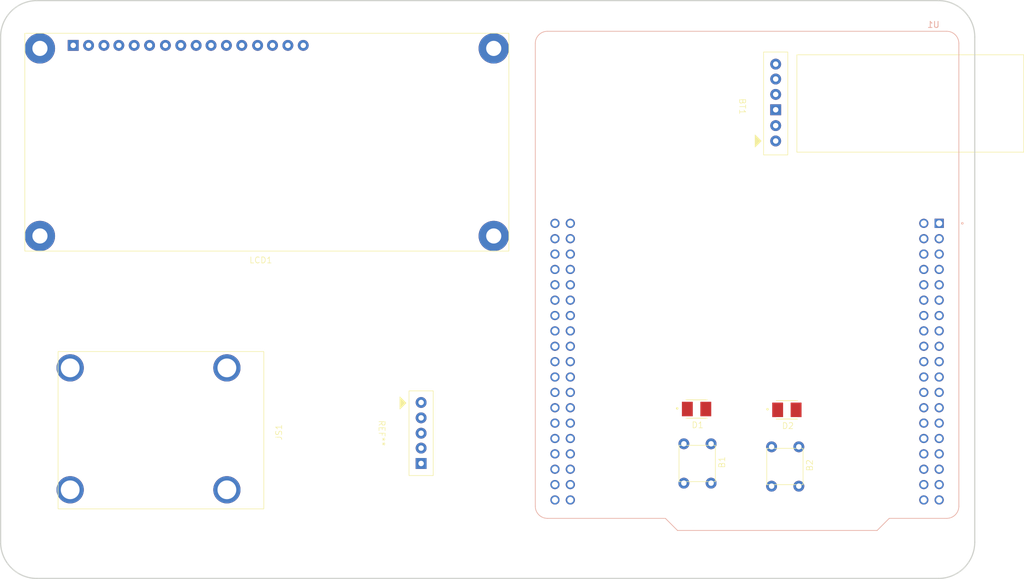
<source format=kicad_pcb>
(kicad_pcb (version 20241229) (generator "pcbnew") (generator_version "9.0")
  (layers (0 "F.Cu" signal) (2 "B.Cu" signal) (13 "F.Paste" user) (15 "B.Paste" user) (5 "F.SilkS" user "F.Silkscreen") (7 "B.SilkS" user "B.Silkscreen") (1 "F.Mask" user) (3 "B.Mask" user) (25 "Edge.Cuts" user))
  (net 0 "")
  (net 3 "Net-(D1-A)")
  (net 5 "Net-(D2-A)")
  (net 15 "GND")
  (footprint "Embedded_Footprints:Button" (layer "F.Cu") (at 173.225 137.8 90)
    (property "Reference" "B1" (at 0 -0.5 90) (layer "F.SilkS") (effects (font (thickness 0.1))))
    (property "Value" "~")
    (fp_rect (start -3.2 -7.6) (end 2.8 -1.6) (stroke (width 0.1)) (fill no) (layer "F.SilkS"))
    (pad "1" thru_hole circle (at -3.45 -6.8 90) (size 1.8 1.8) (drill 0.9) (layers "*.Cu" "*.Mask"))
    (pad "2" thru_hole circle (at -3.45 -2.3 90) (size 1.8 1.8) (drill 0.9) (layers "*.Cu" "*.Mask"))
    (pad "3" thru_hole circle (at 3.05 -6.8 90) (size 1.8 1.8) (drill 0.9) (layers "*.Cu" "*.Mask"))
    (pad "4" thru_hole circle (at 3.05 -2.3 90) (size 1.8 1.8) (drill 0.9) (layers "*.Cu" "*.Mask") (net 3 "Net-(D1-A)"))
  )
  (footprint "Embedded_Footprints:LED" (layer "F.Cu") (at 183.625 132.2875)
    (property "Reference" "D2" (at 0 -0.5 0) (layer "F.SilkS") (effects (font (thickness 0.1))))
    (property "Value" "~")
    (fp_line (start -1.925 -4.6635) (end 1.575 -4.6635) (stroke (width 0.127)) (layer "F.SilkS"))
    (fp_line (start -1.925 -1.6365) (end 1.575 -1.6365) (stroke (width 0.127)) (layer "F.SilkS"))
    (fp_circle (center -3.375 -3.25) (end -3.275 -3.25) (stroke (width 0.2)) (fill no) (layer "F.SilkS"))
    (pad "1" smd rect (at -1.7 -3.15) (size 1.8 2.4) (layers "F.Cu" "F.Mask" "F.Paste") (net 15 "GND"))
    (pad "2" smd rect (at 1.35 -3.15) (size 1.8 2.4) (layers "F.Cu" "F.Mask" "F.Paste") (net 5 "Net-(D2-A)"))
  )
  (footprint "Embedded_Footprints:HC-05" (layer "F.Cu") (at 175.6 79 -90)
    (property "Reference" "BT1" (at 0 -0.5 270) (layer "F.SilkS") (effects (font (thickness 0.1))))
    (property "Value" "~")
    (fp_rect (start -9 -8) (end 8 -4) (stroke (width 0.1)) (fill no) (layer "F.SilkS"))
    (fp_rect (start -8.55 -47) (end 7.55 -9.5) (stroke (width 0.1)) (fill no) (layer "F.SilkS"))
    (fp_poly (pts (xy 4.7 -2.6) (xy 6.7 -2.6) (xy 5.7 -3.6)) (stroke (width 0.1)) (fill yes) (layer "F.SilkS"))
    (pad "1" thru_hole circle (at 5.7 -6 270) (size 1.8 1.8) (drill 0.9) (layers "*.Cu" "*.Mask"))
    (pad "2" thru_hole circle (at 3.16 -6 270) (size 1.8 1.8) (drill 0.9) (layers "*.Cu" "*.Mask"))
    (pad "3" thru_hole rect (at 0.54 -6 270) (size 1.8 1.8) (drill 0.9) (layers "*.Cu" "*.Mask"))
    (pad "4" thru_hole circle (at -2 -6 270) (size 1.8 1.8) (drill 0.9) (layers "*.Cu" "*.Mask"))
    (pad "5" thru_hole circle (at -4.54 -6 270) (size 1.8 1.8) (drill 0.9) (layers "*.Cu" "*.Mask"))
    (pad "6" thru_hole circle (at -7 -6 270) (size 1.8 1.8) (drill 0.9) (layers "*.Cu" "*.Mask"))
  )
  (footprint "Embedded_Footprints:Button" (layer "F.Cu") (at 187.725 138.3 90)
    (property "Reference" "B2" (at 0 -0.5 90) (layer "F.SilkS") (effects (font (thickness 0.1))))
    (property "Value" "~")
    (fp_rect (start -3.2 -7.6) (end 2.8 -1.6) (stroke (width 0.1)) (fill no) (layer "F.SilkS"))
    (pad "1" thru_hole circle (at -3.45 -6.8 90) (size 1.8 1.8) (drill 0.9) (layers "*.Cu" "*.Mask"))
    (pad "2" thru_hole circle (at -3.45 -2.3 90) (size 1.8 1.8) (drill 0.9) (layers "*.Cu" "*.Mask"))
    (pad "3" thru_hole circle (at 3.05 -6.8 90) (size 1.8 1.8) (drill 0.9) (layers "*.Cu" "*.Mask"))
    (pad "4" thru_hole circle (at 3.05 -2.3 90) (size 1.8 1.8) (drill 0.9) (layers "*.Cu" "*.Mask") (net 5 "Net-(D2-A)"))
  )
  (footprint "Embedded_Footprints:Joystick" (layer "F.Cu") (at 100 132.85 90)
    (property "Reference" "JS1" (at 0 -0.5 90) (layer "F.SilkS") (effects (font (thickness 0.1))))
    (property "Value" "~")
    (fp_rect (start -12.65 -37) (end 13.35 -3) (stroke (width 0.1)) (fill no) (layer "F.SilkS"))
    (pad "" np_thru_hole circle (at -9.5 -35 90) (size 4.5 4.5) (drill 3.1) (layers "*.Cu" "*.Mask"))
    (pad "" np_thru_hole circle (at -9.5 -9.1 90) (size 4.5 4.5) (drill 3.1) (layers "*.Cu" "*.Mask"))
    (pad "" np_thru_hole circle (at 10.65 -35 90) (size 4.5 4.5) (drill 3.1) (layers "*.Cu" "*.Mask"))
    (pad "" np_thru_hole circle (at 10.65 -9.1 90) (size 4.5 4.5) (drill 3.1) (layers "*.Cu" "*.Mask"))
  )
  (footprint "Embedded_Footprints:LCD_Display" (layer "F.Cu") (at 96.5 104.9)
    (property "Reference" "LCD1" (at 0 -0.5 0) (layer "F.SilkS") (effects (font (thickness 0.1))))
    (property "Value" "~")
    (fp_rect (start -39 -38) (end 41 -2) (stroke (width 0.1)) (fill no) (layer "F.SilkS"))
    (pad "" np_thru_hole circle (at -36.5 -35.5) (size 5 5) (drill 2.5) (layers "*.Cu" "*.Mask"))
    (pad "" np_thru_hole circle (at -36.5 -4.5) (size 5 5) (drill 2.5) (layers "*.Cu" "*.Mask"))
    (pad "" np_thru_hole circle (at 38.5 -35.5) (size 5 5) (drill 2.5) (layers "*.Cu" "*.Mask"))
    (pad "" np_thru_hole circle (at 38.5 -4.5) (size 5 5) (drill 2.5) (layers "*.Cu" "*.Mask"))
    (pad "1" thru_hole rect (at -31 -36) (size 1.8 1.8) (drill 0.9) (layers "*.Cu" "*.Mask"))
    (pad "2" thru_hole circle (at -28.46 -36) (size 1.8 1.8) (drill 0.9) (layers "*.Cu" "*.Mask"))
    (pad "3" thru_hole circle (at -25.92 -36) (size 1.8 1.8) (drill 0.9) (layers "*.Cu" "*.Mask"))
    (pad "4" thru_hole circle (at -23.46 -36) (size 1.8 1.8) (drill 0.9) (layers "*.Cu" "*.Mask"))
    (pad "5" thru_hole circle (at -20.92 -36) (size 1.8 1.8) (drill 0.9) (layers "*.Cu" "*.Mask"))
    (pad "6" thru_hole circle (at -18.38 -36) (size 1.8 1.8) (drill 0.9) (layers "*.Cu" "*.Mask"))
    (pad "7" thru_hole circle (at -15.76 -36) (size 1.8 1.8) (drill 0.9) (layers "*.Cu" "*.Mask"))
    (pad "8" thru_hole circle (at -13.22 -36) (size 1.8 1.8) (drill 0.9) (layers "*.Cu" "*.Mask"))
    (pad "9" thru_hole circle (at -10.68 -36) (size 1.8 1.8) (drill 0.9) (layers "*.Cu" "*.Mask"))
    (pad "10" thru_hole circle (at -8.22 -36) (size 1.8 1.8) (drill 0.9) (layers "*.Cu" "*.Mask"))
    (pad "11" thru_hole circle (at -5.68 -36) (size 1.8 1.8) (drill 0.9) (layers "*.Cu" "*.Mask"))
    (pad "12" thru_hole circle (at -3.14 -36) (size 1.8 1.8) (drill 0.9) (layers "*.Cu" "*.Mask"))
    (pad "13" thru_hole circle (at -0.52 -36) (size 1.8 1.8) (drill 0.9) (layers "*.Cu" "*.Mask"))
    (pad "14" thru_hole circle (at 1.94 -36) (size 1.8 1.8) (drill 0.9) (layers "*.Cu" "*.Mask"))
    (pad "15" thru_hole circle (at 4.48 -36) (size 1.8 1.8) (drill 0.9) (layers "*.Cu" "*.Mask"))
    (pad "16" thru_hole circle (at 7.02 -36) (size 1.8 1.8) (drill 0.9) (layers "*.Cu" "*.Mask"))
  )
  (footprint "Embedded_Footprints:LED" (layer "F.Cu") (at 168.7 132.15)
    (property "Reference" "D1" (at 0 -0.5 0) (layer "F.SilkS") (effects (font (thickness 0.1))))
    (property "Value" "~")
    (fp_line (start -1.925 -4.6635) (end 1.575 -4.6635) (stroke (width 0.127)) (layer "F.SilkS"))
    (fp_line (start -1.925 -1.6365) (end 1.575 -1.6365) (stroke (width 0.127)) (layer "F.SilkS"))
    (fp_circle (center -3.375 -3.25) (end -3.275 -3.25) (stroke (width 0.2)) (fill no) (layer "F.SilkS"))
    (pad "1" smd rect (at -1.7 -3.15) (size 1.8 2.4) (layers "F.Cu" "F.Mask" "F.Paste") (net 15 "GND"))
    (pad "2" smd rect (at 1.35 -3.15) (size 1.8 2.4) (layers "F.Cu" "F.Mask" "F.Paste") (net 3 "Net-(D1-A)"))
  )
  (footprint "Embedded_Footprints:Joystick_Pins" (layer "F.Cu") (at 116 133 -90)
    (property "Reference" "REF**" (at 0 -0.5 270) (layer "F.SilkS") (effects (font (thickness 0.1))))
    (property "Value" "Joystick_Pins")
    (fp_rect (start -7 -9) (end 7 -5) (stroke (width 0.1)) (fill no) (layer "F.SilkS"))
    (fp_poly (pts (xy -6 -3.5) (xy -4 -3.5) (xy -5 -4.5)) (stroke (width 0.1)) (fill yes) (layer "F.SilkS"))
    (pad "1" thru_hole circle (at -5.08 -7 270) (size 1.8 1.8) (drill 0.9) (layers "*.Cu" "*.Mask"))
    (pad "2" thru_hole circle (at -2.54 -7 270) (size 1.8 1.8) (drill 0.9) (layers "*.Cu" "*.Mask"))
    (pad "3" thru_hole circle (at 0 -7 270) (size 1.8 1.8) (drill 0.9) (layers "*.Cu" "*.Mask"))
    (pad "4" thru_hole circle (at 2.46 -7 270) (size 1.8 1.8) (drill 0.9) (layers "*.Cu" "*.Mask"))
    (pad "5" thru_hole rect (at 5 -7 270) (size 1.8 1.8) (drill 0.9) (layers "*.Cu" "*.Mask"))
  )
  (footprint "Embedded_Footprints:MODULE_NUCLEO-L476RG" (layer "B.Cu") (at 176.87 107.82 180)
    (property "Reference" "U1" (at -30.7996 42.339 0) (layer "B.SilkS") (effects (justify mirror)))
    (property "Value" "NUCLEO-L476RG")
    (fp_line (start 35 -37.25) (end 35 39.25) (stroke (width 0.127)) (layer "B.SilkS"))
    (fp_line (start 13.5 -39.25) (end 33 -39.25) (stroke (width 0.127)) (layer "B.SilkS"))
    (fp_line (start 11.5 -41.25) (end 13.5 -39.25) (stroke (width 0.127)) (layer "B.SilkS"))
    (fp_line (start -21.5 -41.25) (end 11.5 -41.25) (stroke (width 0.127)) (layer "B.SilkS"))
    (fp_line (start -23.5 -39.25) (end -21.5 -41.25) (stroke (width 0.127)) (layer "B.SilkS"))
    (fp_line (start -33 41.25) (end 33 41.25) (stroke (width 0.127)) (layer "B.SilkS"))
    (fp_line (start -33 -39.25) (end -23.5 -39.25) (stroke (width 0.127)) (layer "B.SilkS"))
    (fp_line (start -35 39.25) (end -35 -37.25) (stroke (width 0.127)) (layer "B.SilkS"))
    (fp_arc (start 35 39.25) (mid 34.414214 40.664214) (end 33 41.25) (stroke (width 0.127)) (layer "B.SilkS"))
    (fp_arc (start 33 -39.25) (mid 34.414214 -38.664214) (end 35 -37.25) (stroke (width 0.127)) (layer "B.SilkS"))
    (fp_arc (start -33 41.25) (mid -34.414214 40.664214) (end -35 39.25) (stroke (width 0.127)) (layer "B.SilkS"))
    (fp_arc (start -35 -37.25) (mid -34.414214 -38.664214) (end -33 -39.25) (stroke (width 0.127)) (layer "B.SilkS"))
    (fp_circle (center -35.5847 9.51) (end -35.4847 9.51) (stroke (width 0.2)) (fill no) (layer "B.SilkS"))
    (pad "" np_thru_hole circle (at -24.13 13.32 180) (size 3.2 3.2) (drill 3.2) (layers "*.Cu" "*.Mask"))
    (pad "" np_thru_hole circle (at 8.89 -38.75 180) (size 3.2 3.2) (drill 3.2) (layers "*.Cu" "*.Mask"))
    (pad "" np_thru_hole circle (at 24.13 12.05 180) (size 3.2 3.2) (drill 3.2) (layers "*.Cu" "*.Mask"))
    (pad "CN7_1" thru_hole rect (at -31.75 9.51 180) (size 1.524 1.524) (drill 1.016) (layers "*.Cu" "*.Mask"))
    (pad "CN7_2" thru_hole circle (at -29.21 9.51 180) (size 1.524 1.524) (drill 1.016) (layers "*.Cu" "*.Mask"))
    (pad "CN7_3" thru_hole circle (at -31.75 6.97 180) (size 1.524 1.524) (drill 1.016) (layers "*.Cu" "*.Mask"))
    (pad "CN7_4" thru_hole circle (at -29.21 6.97 180) (size 1.524 1.524) (drill 1.016) (layers "*.Cu" "*.Mask"))
    (pad "CN7_5" thru_hole circle (at -31.75 4.43 180) (size 1.524 1.524) (drill 1.016) (layers "*.Cu" "*.Mask"))
    (pad "CN7_6" thru_hole circle (at -29.21 4.43 180) (size 1.524 1.524) (drill 1.016) (layers "*.Cu" "*.Mask"))
    (pad "CN7_7" thru_hole circle (at -31.75 1.89 180) (size 1.524 1.524) (drill 1.016) (layers "*.Cu" "*.Mask"))
    (pad "CN7_8" thru_hole circle (at -29.21 1.89 180) (size 1.524 1.524) (drill 1.016) (layers "*.Cu" "*.Mask"))
    (pad "CN7_9" thru_hole circle (at -31.75 -0.65 180) (size 1.524 1.524) (drill 1.016) (layers "*.Cu" "*.Mask"))
    (pad "CN7_10" thru_hole circle (at -29.21 -0.65 180) (size 1.524 1.524) (drill 1.016) (layers "*.Cu" "*.Mask"))
    (pad "CN7_11" thru_hole circle (at -31.75 -3.19 180) (size 1.524 1.524) (drill 1.016) (layers "*.Cu" "*.Mask"))
    (pad "CN7_12" thru_hole circle (at -29.21 -3.19 180) (size 1.524 1.524) (drill 1.016) (layers "*.Cu" "*.Mask"))
    (pad "CN7_13" thru_hole circle (at -31.75 -5.73 180) (size 1.524 1.524) (drill 1.016) (layers "*.Cu" "*.Mask"))
    (pad "CN7_14" thru_hole circle (at -29.21 -5.73 180) (size 1.524 1.524) (drill 1.016) (layers "*.Cu" "*.Mask"))
    (pad "CN7_15" thru_hole circle (at -31.75 -8.27 180) (size 1.524 1.524) (drill 1.016) (layers "*.Cu" "*.Mask"))
    (pad "CN7_16" thru_hole circle (at -29.21 -8.27 180) (size 1.524 1.524) (drill 1.016) (layers "*.Cu" "*.Mask"))
    (pad "CN7_17" thru_hole circle (at -31.75 -10.81 180) (size 1.524 1.524) (drill 1.016) (layers "*.Cu" "*.Mask"))
    (pad "CN7_18" thru_hole circle (at -29.21 -10.81 180) (size 1.524 1.524) (drill 1.016) (layers "*.Cu" "*.Mask"))
    (pad "CN7_19" thru_hole circle (at -31.75 -13.35 180) (size 1.524 1.524) (drill 1.016) (layers "*.Cu" "*.Mask"))
    (pad "CN7_20" thru_hole circle (at -29.21 -13.35 180) (size 1.524 1.524) (drill 1.016) (layers "*.Cu" "*.Mask"))
    (pad "CN7_21" thru_hole circle (at -31.75 -15.89 180) (size 1.524 1.524) (drill 1.016) (layers "*.Cu" "*.Mask"))
    (pad "CN7_22" thru_hole circle (at -29.21 -15.89 180) (size 1.524 1.524) (drill 1.016) (layers "*.Cu" "*.Mask"))
    (pad "CN7_23" thru_hole circle (at -31.75 -18.43 180) (size 1.524 1.524) (drill 1.016) (layers "*.Cu" "*.Mask"))
    (pad "CN7_24" thru_hole circle (at -29.21 -18.43 180) (size 1.524 1.524) (drill 1.016) (layers "*.Cu" "*.Mask"))
    (pad "CN7_25" thru_hole circle (at -31.75 -20.97 180) (size 1.524 1.524) (drill 1.016) (layers "*.Cu" "*.Mask"))
    (pad "CN7_26" thru_hole circle (at -29.21 -20.97 180) (size 1.524 1.524) (drill 1.016) (layers "*.Cu" "*.Mask"))
    (pad "CN7_27" thru_hole circle (at -31.75 -23.51 180) (size 1.524 1.524) (drill 1.016) (layers "*.Cu" "*.Mask"))
    (pad "CN7_28" thru_hole circle (at -29.21 -23.51 180) (size 1.524 1.524) (drill 1.016) (layers "*.Cu" "*.Mask"))
    (pad "CN7_29" thru_hole circle (at -31.75 -26.05 180) (size 1.524 1.524) (drill 1.016) (layers "*.Cu" "*.Mask"))
    (pad "CN7_30" thru_hole circle (at -29.21 -26.05 180) (size 1.524 1.524) (drill 1.016) (layers "*.Cu" "*.Mask"))
    (pad "CN7_31" thru_hole circle (at -31.75 -28.59 180) (size 1.524 1.524) (drill 1.016) (layers "*.Cu" "*.Mask"))
    (pad "CN7_32" thru_hole circle (at -29.21 -28.59 180) (size 1.524 1.524) (drill 1.016) (layers "*.Cu" "*.Mask"))
    (pad "CN7_33" thru_hole circle (at -31.75 -31.13 180) (size 1.524 1.524) (drill 1.016) (layers "*.Cu" "*.Mask"))
    (pad "CN7_34" thru_hole circle (at -29.21 -31.13 180) (size 1.524 1.524) (drill 1.016) (layers "*.Cu" "*.Mask"))
    (pad "CN7_35" thru_hole circle (at -31.75 -33.67 180) (size 1.524 1.524) (drill 1.016) (layers "*.Cu" "*.Mask"))
    (pad "CN7_36" thru_hole circle (at -29.21 -33.67 180) (size 1.524 1.524) (drill 1.016) (layers "*.Cu" "*.Mask"))
    (pad "CN7_37" thru_hole circle (at -31.75 -36.21 180) (size 1.524 1.524) (drill 1.016) (layers "*.Cu" "*.Mask"))
    (pad "CN7_38" thru_hole circle (at -29.21 -36.21 180) (size 1.524 1.524) (drill 1.016) (layers "*.Cu" "*.Mask"))
    (pad "CN10_1" thru_hole circle (at 29.21 9.51 180) (size 1.524 1.524) (drill 1.016) (layers "*.Cu" "*.Mask"))
    (pad "CN10_2" thru_hole circle (at 31.75 9.51 180) (size 1.524 1.524) (drill 1.016) (layers "*.Cu" "*.Mask"))
    (pad "CN10_3" thru_hole circle (at 29.21 6.97 180) (size 1.524 1.524) (drill 1.016) (layers "*.Cu" "*.Mask"))
    (pad "CN10_4" thru_hole circle (at 31.75 6.97 180) (size 1.524 1.524) (drill 1.016) (layers "*.Cu" "*.Mask"))
    (pad "CN10_5" thru_hole circle (at 29.21 4.43 180) (size 1.524 1.524) (drill 1.016) (layers "*.Cu" "*.Mask"))
    (pad "CN10_6" thru_hole circle (at 31.75 4.43 180) (size 1.524 1.524) (drill 1.016) (layers "*.Cu" "*.Mask"))
    (pad "CN10_7" thru_hole circle (at 29.21 1.89 180) (size 1.524 1.524) (drill 1.016) (layers "*.Cu" "*.Mask"))
    (pad "CN10_8" thru_hole circle (at 31.75 1.89 180) (size 1.524 1.524) (drill 1.016) (layers "*.Cu" "*.Mask"))
    (pad "CN10_9" thru_hole circle (at 29.21 -0.65 180) (size 1.524 1.524) (drill 1.016) (layers "*.Cu" "*.Mask"))
    (pad "CN10_10" thru_hole circle (at 31.75 -0.65 180) (size 1.524 1.524) (drill 1.016) (layers "*.Cu" "*.Mask"))
    (pad "CN10_11" thru_hole circle (at 29.21 -3.19 180) (size 1.524 1.524) (drill 1.016) (layers "*.Cu" "*.Mask"))
    (pad "CN10_12" thru_hole circle (at 31.75 -3.19 180) (size 1.524 1.524) (drill 1.016) (layers "*.Cu" "*.Mask"))
    (pad "CN10_13" thru_hole circle (at 29.21 -5.73 180) (size 1.524 1.524) (drill 1.016) (layers "*.Cu" "*.Mask"))
    (pad "CN10_14" thru_hole circle (at 31.75 -5.73 180) (size 1.524 1.524) (drill 1.016) (layers "*.Cu" "*.Mask"))
    (pad "CN10_15" thru_hole circle (at 29.21 -8.27 180) (size 1.524 1.524) (drill 1.016) (layers "*.Cu" "*.Mask"))
    (pad "CN10_16" thru_hole circle (at 31.75 -8.27 180) (size 1.524 1.524) (drill 1.016) (layers "*.Cu" "*.Mask"))
    (pad "CN10_17" thru_hole circle (at 29.21 -10.81 180) (size 1.524 1.524) (drill 1.016) (layers "*.Cu" "*.Mask"))
    (pad "CN10_18" thru_hole circle (at 31.75 -10.81 180) (size 1.524 1.524) (drill 1.016) (layers "*.Cu" "*.Mask"))
    (pad "CN10_19" thru_hole circle (at 29.21 -13.35 180) (size 1.524 1.524) (drill 1.016) (layers "*.Cu" "*.Mask"))
    (pad "CN10_20" thru_hole circle (at 31.75 -13.35 180) (size 1.524 1.524) (drill 1.016) (layers "*.Cu" "*.Mask"))
    (pad "CN10_21" thru_hole circle (at 29.21 -15.89 180) (size 1.524 1.524) (drill 1.016) (layers "*.Cu" "*.Mask"))
    (pad "CN10_22" thru_hole circle (at 31.75 -15.89 180) (size 1.524 1.524) (drill 1.016) (layers "*.Cu" "*.Mask"))
    (pad "CN10_23" thru_hole circle (at 29.21 -18.43 180) (size 1.524 1.524) (drill 1.016) (layers "*.Cu" "*.Mask"))
    (pad "CN10_24" thru_hole circle (at 31.75 -18.43 180) (size 1.524 1.524) (drill 1.016) (layers "*.Cu" "*.Mask"))
    (pad "CN10_25" thru_hole circle (at 29.21 -20.97 180) (size 1.524 1.524) (drill 1.016) (layers "*.Cu" "*.Mask"))
    (pad "CN10_26" thru_hole circle (at 31.75 -20.97 180) (size 1.524 1.524) (drill 1.016) (layers "*.Cu" "*.Mask"))
    (pad "CN10_27" thru_hole circle (at 29.21 -23.51 180) (size 1.524 1.524) (drill 1.016) (layers "*.Cu" "*.Mask"))
    (pad "CN10_28" thru_hole circle (at 31.75 -23.51 180) (size 1.524 1.524) (drill 1.016) (layers "*.Cu" "*.Mask"))
    (pad "CN10_29" thru_hole circle (at 29.21 -26.05 180) (size 1.524 1.524) (drill 1.016) (layers "*.Cu" "*.Mask"))
    (pad "CN10_30" thru_hole circle (at 31.75 -26.05 180) (size 1.524 1.524) (drill 1.016) (layers "*.Cu" "*.Mask"))
    (pad "CN10_31" thru_hole circle (at 29.21 -28.59 180) (size 1.524 1.524) (drill 1.016) (layers "*.Cu" "*.Mask"))
    (pad "CN10_32" thru_hole circle (at 31.75 -28.59 180) (size 1.524 1.524) (drill 1.016) (layers "*.Cu" "*.Mask"))
    (pad "CN10_33" thru_hole circle (at 29.21 -31.13 180) (size 1.524 1.524) (drill 1.016) (layers "*.Cu" "*.Mask"))
    (pad "CN10_34" thru_hole circle (at 31.75 -31.13 180) (size 1.524 1.524) (drill 1.016) (layers "*.Cu" "*.Mask"))
    (pad "CN10_35" thru_hole circle (at 29.21 -33.67 180) (size 1.524 1.524) (drill 1.016) (layers "*.Cu" "*.Mask"))
    (pad "CN10_36" thru_hole circle (at 31.75 -33.67 180) (size 1.524 1.524) (drill 1.016) (layers "*.Cu" "*.Mask"))
    (pad "CN10_37" thru_hole circle (at 29.21 -36.21 180) (size 1.524 1.524) (drill 1.016) (layers "*.Cu" "*.Mask"))
    (pad "CN10_38" thru_hole circle (at 31.75 -36.21 180) (size 1.524 1.524) (drill 1.016) (layers "*.Cu" "*.Mask"))
  )
  (gr_line (start 53.5 151) (end 53.5 67.5) (stroke (width 0.2)) (layer "Edge.Cuts"))
  (gr_line (start 208.5 157) (end 59.5 157) (stroke (width 0.2)) (layer "Edge.Cuts"))
  (gr_arc (start 208.5 61.5) (mid 212.742641 63.257359) (end 214.5 67.5) (stroke (width 0.2)) (layer "Edge.Cuts"))
  (gr_arc (start 59.5 157) (mid 55.257359 155.242641) (end 53.5 151) (stroke (width 0.2)) (layer "Edge.Cuts"))
  (gr_arc (start 214.5 151) (mid 212.742641 155.242641) (end 208.5 157) (stroke (width 0.2)) (layer "Edge.Cuts"))
  (gr_line (start 214.5 67.5) (end 214.5 151) (stroke (width 0.2)) (layer "Edge.Cuts"))
  (gr_line (start 59.5 61.5) (end 208.5 61.5) (stroke (width 0.2)) (layer "Edge.Cuts"))
  (gr_arc (start 53.5 67.5) (mid 55.257359 63.257359) (end 59.5 61.5) (stroke (width 0.2)) (layer "Edge.Cuts"))
)
</source>
